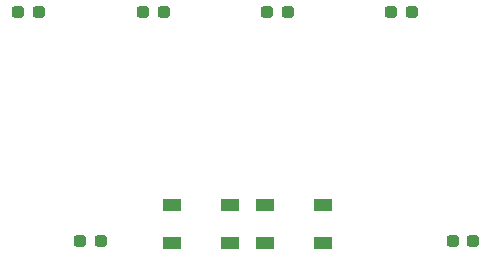
<source format=gbr>
%TF.GenerationSoftware,KiCad,Pcbnew,(6.0.1-0)*%
%TF.CreationDate,2022-01-28T16:02:20+01:00*%
%TF.ProjectId,badge,62616467-652e-46b6-9963-61645f706362,rev?*%
%TF.SameCoordinates,Original*%
%TF.FileFunction,Paste,Bot*%
%TF.FilePolarity,Positive*%
%FSLAX46Y46*%
G04 Gerber Fmt 4.6, Leading zero omitted, Abs format (unit mm)*
G04 Created by KiCad (PCBNEW (6.0.1-0)) date 2022-01-28 16:02:20*
%MOMM*%
%LPD*%
G01*
G04 APERTURE LIST*
G04 Aperture macros list*
%AMRoundRect*
0 Rectangle with rounded corners*
0 $1 Rounding radius*
0 $2 $3 $4 $5 $6 $7 $8 $9 X,Y pos of 4 corners*
0 Add a 4 corners polygon primitive as box body*
4,1,4,$2,$3,$4,$5,$6,$7,$8,$9,$2,$3,0*
0 Add four circle primitives for the rounded corners*
1,1,$1+$1,$2,$3*
1,1,$1+$1,$4,$5*
1,1,$1+$1,$6,$7*
1,1,$1+$1,$8,$9*
0 Add four rect primitives between the rounded corners*
20,1,$1+$1,$2,$3,$4,$5,0*
20,1,$1+$1,$4,$5,$6,$7,0*
20,1,$1+$1,$6,$7,$8,$9,0*
20,1,$1+$1,$8,$9,$2,$3,0*%
G04 Aperture macros list end*
%ADD10RoundRect,0.237500X0.287500X0.237500X-0.287500X0.237500X-0.287500X-0.237500X0.287500X-0.237500X0*%
%ADD11R,1.500000X1.000000*%
G04 APERTURE END LIST*
D10*
%TO.C,REF\u002A\u002A*%
X200875000Y-102700000D03*
X199125000Y-102700000D03*
%TD*%
D11*
%TO.C,REF\u002A\u002A*%
X203850000Y-119100000D03*
X203850000Y-122300000D03*
X198950000Y-122300000D03*
X198950000Y-119100000D03*
%TD*%
D10*
%TO.C,REF\u002A\u002A*%
X216575000Y-122100000D03*
X214825000Y-122100000D03*
%TD*%
%TO.C,REF\u002A\u002A*%
X185075000Y-122100000D03*
X183325000Y-122100000D03*
%TD*%
%TO.C,REF\u002A\u002A*%
X179775000Y-102700000D03*
X178025000Y-102700000D03*
%TD*%
%TO.C,REF\u002A\u002A*%
X190375000Y-102700000D03*
X188625000Y-102700000D03*
%TD*%
D11*
%TO.C,REF\u002A\u002A*%
X196000000Y-119100000D03*
X196000000Y-122300000D03*
X191100000Y-122300000D03*
X191100000Y-119100000D03*
%TD*%
D10*
%TO.C,REF\u002A\u002A*%
X211375000Y-102700000D03*
X209625000Y-102700000D03*
%TD*%
M02*

</source>
